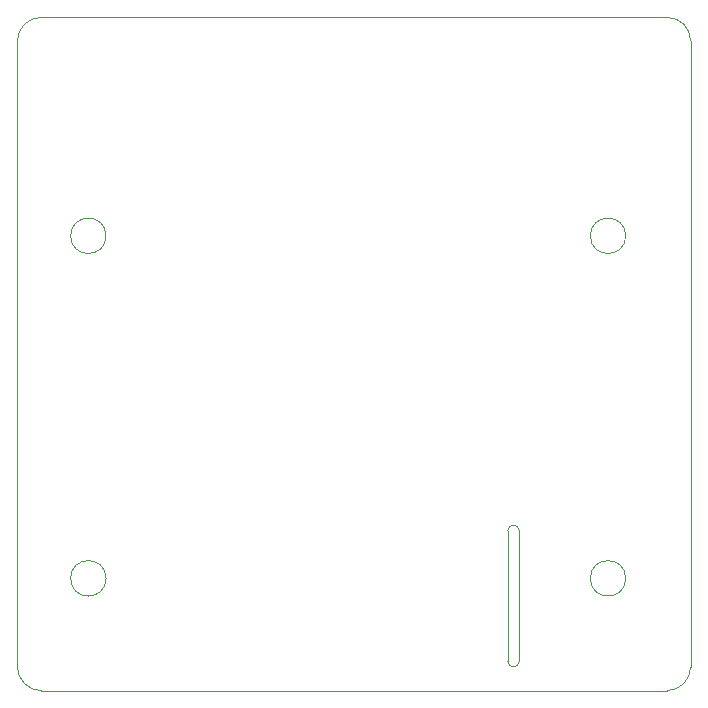
<source format=gm1>
G04 #@! TF.FileFunction,Profile,NP*
%FSLAX46Y46*%
G04 Gerber Fmt 4.6, Leading zero omitted, Abs format (unit mm)*
G04 Created by KiCad (PCBNEW 4.0.6) date Thursday, 20 April 2017 'à' 14:26:24*
%MOMM*%
%LPD*%
G01*
G04 APERTURE LIST*
%ADD10C,0.100000*%
G04 APERTURE END LIST*
D10*
X115500000Y-205000000D02*
X115500000Y-216000000D01*
X116500000Y-205000000D02*
X116500000Y-216000000D01*
X116500000Y-205000000D02*
G75*
G03X115500000Y-205000000I-500000J0D01*
G01*
X115500000Y-216000000D02*
G75*
G03X116500000Y-216000000I500000J0D01*
G01*
X129000000Y-218500000D02*
G75*
G03X131000000Y-216500000I0J2000000D01*
G01*
X131000000Y-163500000D02*
G75*
G03X129000000Y-161500000I-2000000J0D01*
G01*
X76000000Y-161500000D02*
G75*
G03X74000000Y-163500000I0J-2000000D01*
G01*
X74000000Y-216500000D02*
G75*
G03X76000000Y-218500000I2000000J0D01*
G01*
X74000000Y-163500000D02*
X74000000Y-216500000D01*
X129000000Y-161500000D02*
X76000000Y-161500000D01*
X131000000Y-216500000D02*
X131000000Y-163500000D01*
X76000000Y-218500000D02*
X129000000Y-218500000D01*
X125500000Y-180000000D02*
G75*
G03X125500000Y-180000000I-1500000J0D01*
G01*
X81500000Y-180000000D02*
G75*
G03X81500000Y-180000000I-1500000J0D01*
G01*
X125500000Y-209000000D02*
G75*
G03X125500000Y-209000000I-1500000J0D01*
G01*
X81500000Y-209000000D02*
G75*
G03X81500000Y-209000000I-1500000J0D01*
G01*
M02*

</source>
